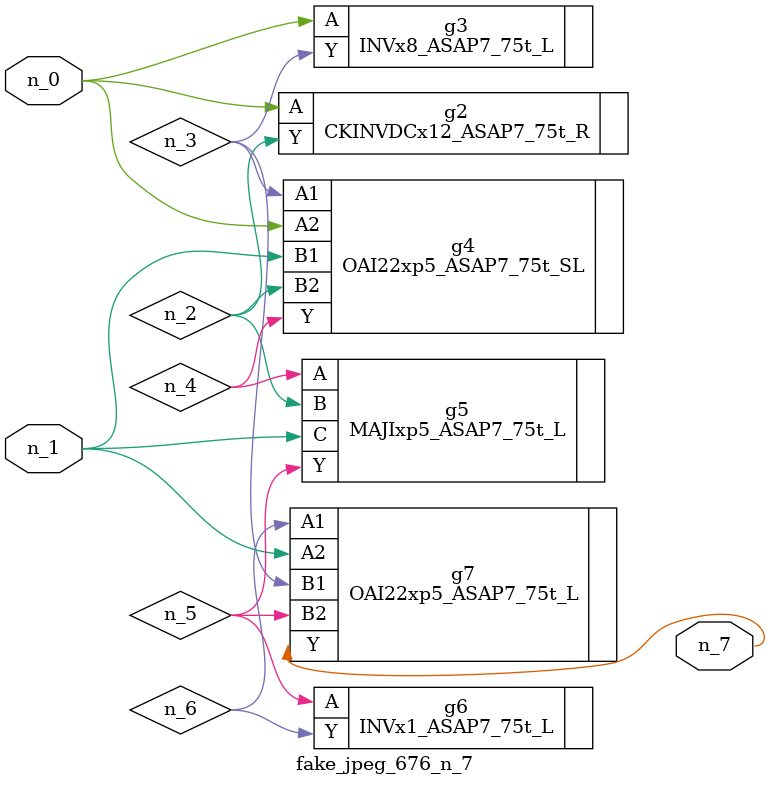
<source format=v>
module fake_jpeg_676_n_7 (n_0, n_1, n_7);

input n_0;
input n_1;

output n_7;

wire n_2;
wire n_3;
wire n_4;
wire n_6;
wire n_5;

CKINVDCx12_ASAP7_75t_R g2 ( 
.A(n_0),
.Y(n_2)
);

INVx8_ASAP7_75t_L g3 ( 
.A(n_0),
.Y(n_3)
);

OAI22xp5_ASAP7_75t_SL g4 ( 
.A1(n_3),
.A2(n_0),
.B1(n_1),
.B2(n_2),
.Y(n_4)
);

MAJIxp5_ASAP7_75t_L g5 ( 
.A(n_4),
.B(n_2),
.C(n_1),
.Y(n_5)
);

INVx1_ASAP7_75t_L g6 ( 
.A(n_5),
.Y(n_6)
);

OAI22xp5_ASAP7_75t_L g7 ( 
.A1(n_6),
.A2(n_1),
.B1(n_3),
.B2(n_5),
.Y(n_7)
);


endmodule
</source>
